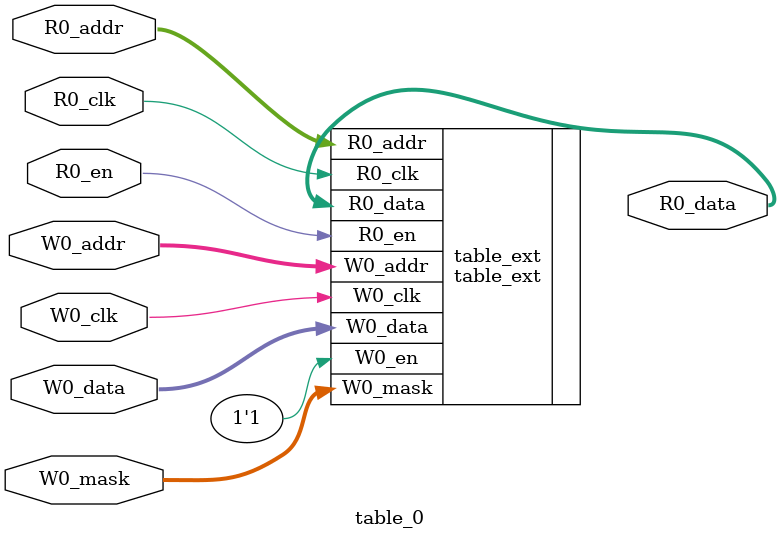
<source format=sv>
`ifndef RANDOMIZE
  `ifdef RANDOMIZE_REG_INIT
    `define RANDOMIZE
  `endif // RANDOMIZE_REG_INIT
`endif // not def RANDOMIZE
`ifndef RANDOMIZE
  `ifdef RANDOMIZE_MEM_INIT
    `define RANDOMIZE
  `endif // RANDOMIZE_MEM_INIT
`endif // not def RANDOMIZE

`ifndef RANDOM
  `define RANDOM $random
`endif // not def RANDOM

// Users can define 'PRINTF_COND' to add an extra gate to prints.
`ifndef PRINTF_COND_
  `ifdef PRINTF_COND
    `define PRINTF_COND_ (`PRINTF_COND)
  `else  // PRINTF_COND
    `define PRINTF_COND_ 1
  `endif // PRINTF_COND
`endif // not def PRINTF_COND_

// Users can define 'ASSERT_VERBOSE_COND' to add an extra gate to assert error printing.
`ifndef ASSERT_VERBOSE_COND_
  `ifdef ASSERT_VERBOSE_COND
    `define ASSERT_VERBOSE_COND_ (`ASSERT_VERBOSE_COND)
  `else  // ASSERT_VERBOSE_COND
    `define ASSERT_VERBOSE_COND_ 1
  `endif // ASSERT_VERBOSE_COND
`endif // not def ASSERT_VERBOSE_COND_

// Users can define 'STOP_COND' to add an extra gate to stop conditions.
`ifndef STOP_COND_
  `ifdef STOP_COND
    `define STOP_COND_ (`STOP_COND)
  `else  // STOP_COND
    `define STOP_COND_ 1
  `endif // STOP_COND
`endif // not def STOP_COND_

// Users can define INIT_RANDOM as general code that gets injected into the
// initializer block for modules with registers.
`ifndef INIT_RANDOM
  `define INIT_RANDOM
`endif // not def INIT_RANDOM

// If using random initialization, you can also define RANDOMIZE_DELAY to
// customize the delay used, otherwise 0.002 is used.
`ifndef RANDOMIZE_DELAY
  `define RANDOMIZE_DELAY 0.002
`endif // not def RANDOMIZE_DELAY

// Define INIT_RANDOM_PROLOG_ for use in our modules below.
`ifndef INIT_RANDOM_PROLOG_
  `ifdef RANDOMIZE
    `ifdef VERILATOR
      `define INIT_RANDOM_PROLOG_ `INIT_RANDOM
    `else  // VERILATOR
      `define INIT_RANDOM_PROLOG_ `INIT_RANDOM #`RANDOMIZE_DELAY begin end
    `endif // VERILATOR
  `else  // RANDOMIZE
    `define INIT_RANDOM_PROLOG_
  `endif // RANDOMIZE
`endif // not def INIT_RANDOM_PROLOG_

module table_0(	// @[tage.scala:91:27]
  input  [6:0]  R0_addr,
  input         R0_en,
                R0_clk,
  input  [6:0]  W0_addr,
  input         W0_clk,
  input  [43:0] W0_data,
  input  [3:0]  W0_mask,
  output [43:0] R0_data
);

  table_ext table_ext (	// @[tage.scala:91:27]
    .R0_addr (R0_addr),
    .R0_en   (R0_en),
    .R0_clk  (R0_clk),
    .W0_addr (W0_addr),
    .W0_en   (1'h1),
    .W0_clk  (W0_clk),
    .W0_data (W0_data),
    .W0_mask (W0_mask),
    .R0_data (R0_data)
  );
endmodule


</source>
